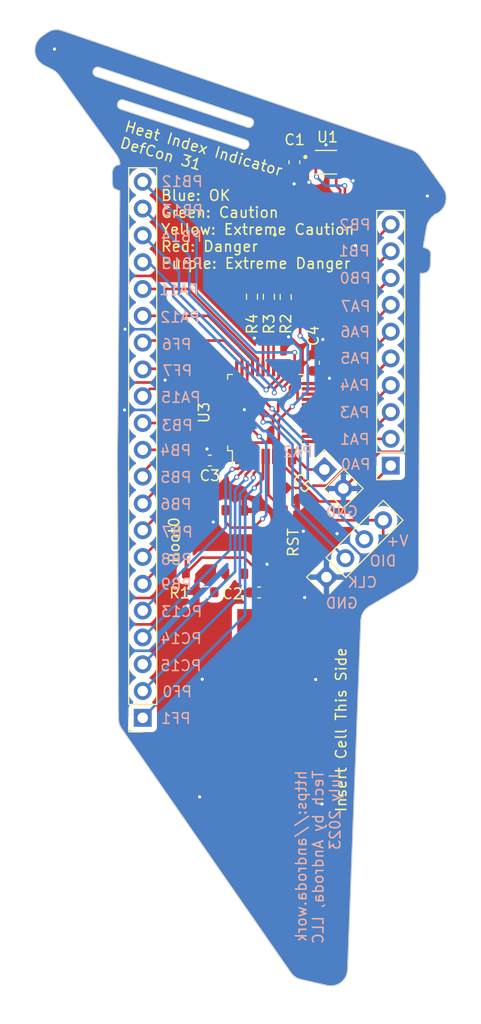
<source format=kicad_pcb>
(kicad_pcb (version 20221018) (generator pcbnew)
  (layers (0 "F.Cu" signal) (31 "B.Cu" signal) (34 "B.Paste" user) (35 "F.Paste" user) (36 "B.SilkS" user "B.Silkscreen") (37 "F.SilkS" user "F.Silkscreen") (38 "B.Mask" user) (39 "F.Mask" user) (44 "Edge.Cuts" user))
  (net 0 "")
  (net 1 "RST")
  (net 2 "GND")
  (net 3 "Net-(J1-Pin_1)")
  (net 4 "Net-(J1-Pin_2)")
  (net 5 "Net-(J1-Pin_3)")
  (net 6 "Net-(J1-Pin_4)")
  (net 7 "Net-(J1-Pin_5)")
  (net 8 "Net-(J1-Pin_6)")
  (net 9 "Net-(J1-Pin_7)")
  (net 10 "BOOT0")
  (net 11 "SCL")
  (net 12 "SDA")
  (net 13 "VCC")
  (net 14 "SOUT")
  (net 15 "R")
  (net 16 "G")
  (net 17 "B")
  (net 18 "SWDIO")
  (net 19 "SWCLK")
  (net 20 "Net-(D1-RK)")
  (net 21 "Net-(D1-GK)")
  (net 22 "Net-(D1-BK)")
  (net 23 "P18")
  (net 24 "P19")
  (net 25 "P20")
  (net 26 "PF1")
  (net 27 "PF0")
  (net 28 "PC15")
  (net 29 "PC14")
  (net 30 "PC13")
  (net 31 "PF6")
  (net 32 "PF7")
  (net 33 "PB9")
  (net 34 "PB8")
  (net 35 "PB7")
  (net 36 "PB6")
  (net 37 "PB5")
  (net 38 "PB4")
  (net 39 "PB3")
  (net 40 "PB12")
  (net 41 "PB13")
  (net 42 "PB14")
  (net 43 "PB15")
  (net 44 "PA15")
  (net 45 "PA12")
  (net 46 "PA11")
  (footprint "Resistor_SMD:R_0603_1608Metric" (layer "F.Cu") (at 174.275 77.875 -90)
    (fp_text reference "R3")
    (fp_text value "60")
  )
  (footprint "Library:LRTB_R48G" (layer "F.Cu") (at 174.25 68.875)
    (fp_text reference "D1" hide)
    (fp_text value "LED_ARGB")
  )
  (footprint "Connector_PinSocket_2.54mm:PinSocket_1x02_P2.54mm_Vertical" (layer "F.Cu") (at 179.55 94.25 45)
    (fp_text reference "J4" hide)
    (fp_text value "Conn_01x02")
  )
  (footprint "Connector_PinSocket_2.54mm:PinSocket_1x21_P2.54mm_Vertical" (layer "F.Cu") (at 162.3 117.78 180)
    (fp_text reference "J2" hide)
    (fp_text value "Conn_01x21_Socket")
  )
  (footprint "Connector_PinSocket_2.54mm:PinSocket_1x10_P2.54mm_Vertical" (layer "F.Cu") (at 185.85 93.88 180)
    (fp_text reference "J1" hide)
    (fp_text value "Conn_01x10_Socket")
  )
  (footprint "Capacitor_SMD:C_0603_1608Metric" (layer "F.Cu") (at 168.675 93.4 180)
    (fp_text reference "C3")
    (fp_text value "100n")
  )
  (footprint "Resistor_SMD:R_0603_1608Metric" (layer "F.Cu") (at 172.675 77.875 -90)
    (fp_text reference "R4")
    (fp_text value "60")
  )
  (footprint "Library:SON100P200X200X80-5N" (layer "F.Cu") (at 179.705 65.125)
    (fp_text reference "U1")
    (fp_text value "SHTC3")
  )
  (footprint "Resistor_SMD:R_0603_1608Metric" (layer "F.Cu") (at 168.275 105.875)
    (fp_text reference "R1")
    (fp_text value "43k")
  )
  (footprint "Resistor_SMD:R_0603_1608Metric" (layer "F.Cu") (at 175.875 77.9 -90)
    (fp_text reference "R2")
    (fp_text value "210")
  )
  (footprint "Connector_PinSocket_2.54mm:PinSocket_1x04_P2.54mm_Vertical" (layer "F.Cu") (at 179.745317 104.444329 135)
    (fp_text reference "J3" hide)
    (fp_text value "Conn_01x04_Socket")
  )
  (footprint "Capacitor_SMD:C_0603_1608Metric" (layer "F.Cu") (at 173.35 105.9 180)
    (fp_text reference "C2")
    (fp_text value "100n")
  )
  (footprint "Capacitor_SMD:C_0603_1608Metric" (layer "F.Cu") (at 176.7 65.125 -90)
    (fp_text reference "C1")
    (fp_text value "100n")
  )
  (footprint "Library:TS-1187A-B-A-B" (layer "F.Cu") (at 159.4 101.1 90)
    (fp_text reference "SW1" hide)
    (fp_text value "SW_MEC_5E" hide)
  )
  (footprint "Package_QFP:LQFP-48_7x7mm_P0.5mm" (layer "F.Cu") (at 173.975 88.85 90)
    (fp_text reference "U3")
    (fp_text value "STM32F030C8Tx")
  )
  (footprint "Capacitor_SMD:C_0603_1608Metric" (layer "F.Cu") (at 178.55 84.125 90)
    (fp_text reference "C4")
    (fp_text value "100n")
  )
  (footprint "Capacitor_SMD:C_0603_1608Metric" (layer "F.Cu") (at 176.423008 96.548008 -45)
    (fp_text reference "C5")
    (fp_text value "100n")
  )
  (footprint "Library:TS-1187A-B-A-B" (layer "F.Cu") (at 164.95 101.125 90)
    (fp_text reference "SW2" hide)
    (fp_text value "SW_MEC_5E" hide)
  )
  (footprint "Library:CR1632" (layer "F.Cu") (at 173.375 119.55 90)
    (fp_text reference "BT1" hide)
    (fp_text value "Battery_Cell")
  )
  (gr_circle (center 174.85 72) (end 174.85 71.975) (stroke (width 0.15)) (fill none) (layer "F.SilkS"))
  (gr_line (start 177.030163 142.482329) (end 177.309294 142.574201) (stroke (width 0.099)) (layer "Edge.Cuts"))
  (gr_line (start 189.559515 73.50803) (end 189.518826 73.453481) (stroke (width 0.099)) (layer "Edge.Cuts"))
  (gr_line (start 152.256909 55.30937) (end 152.432734 55.558849) (stroke (width 0.099)) (layer "Edge.Cuts"))
  (gr_line (start 160.072562 118.364742) (end 160.162157 118.586898) (stroke (width 0.099)) (layer "Edge.Cuts"))
  (gr_line (start 159.473614 65.793965) (end 159.415797 65.984938) (stroke (width 0.099)) (layer "Edge.Cuts"))
  (gr_line (start 157.666767 56.846819) (end 157.62291 56.775933) (stroke (width 0.099)) (layer "Edge.Cuts"))
  (gr_line (start 160.135725 65.346776) (end 159.915846 65.3843) (stroke (width 0.099)) (layer "Edge.Cuts"))
  (gr_line (start 152.131972 55.032066) (end 152.256909 55.30937) (stroke (width 0.099)) (layer "Edge.Cuts"))
  (gr_line (start 159.415797 65.984938) (end 159.399759 66.169475) (stroke (width 0.099)) (layer "Edge.Cuts"))
  (gr_line (start 172.576464 61.781471) (end 172.498254 61.81117) (stroke (width 0.099)) (layer "Edge.Cuts"))
  (gr_line (start 159.156022 63.531222) (end 159.597265 64.139277) (stroke (width 0.099)) (layer "Edge.Cuts"))
  (gr_line (start 189.420122 73.368834) (end 188.94126 73.158359) (stroke (width 0.099)) (layer "Edge.Cuts"))
  (gr_line (start 188.034717 104.674449) (end 188.281723 104.350134) (stroke (width 0.099)) (layer "Edge.Cuts"))
  (gr_line (start 188.438242 103.973333) (end 188.479127 103.770796) (stroke (width 0.099)) (layer "Edge.Cuts"))
  (gr_line (start 172.061281 63.876225) (end 171.978567 63.890878) (stroke (width 0.099)) (layer "Edge.Cuts"))
  (gr_line (start 160.162157 118.586898) (end 160.285512 118.793215) (stroke (width 0.099)) (layer "Edge.Cuts"))
  (gr_line (start 189.704353 70.369037) (end 190.045308 70.074111) (stroke (width 0.099)) (layer "Edge.Cuts"))
  (gr_line (start 172.415342 61.825528) (end 172.330033 61.823255) (stroke (width 0.099)) (layer "Edge.Cuts"))
  (gr_line (start 172.827711 61.409337) (end 172.808435 61.495465) (stroke (width 0.099)) (layer "Edge.Cuts"))
  (gr_line (start 190.83018 67.564759) (end 188.66238 64.545951) (stroke (width 0.099)) (layer "Edge.Cuts"))
  (gr_line (start 157.62291 56.775933) (end 157.593309 56.697917) (stroke (width 0.099)) (layer "Edge.Cuts"))
  (gr_line (start 159.922387 59.540315) (end 159.935256 59.505571) (stroke (width 0.099)) (layer "Edge.Cuts"))
  (gr_line (start 189.450021 70.72049) (end 189.704353 70.369037) (stroke (width 0.099)) (layer "Edge.Cuts"))
  (gr_line (start 181.758176 141.657851) (end 182.491429 122.334831) (stroke (width 0.099)) (layer "Edge.Cuts"))
  (gr_line (start 160.486191 59.23233) (end 172.097534 63.011161) (stroke (width 0.099)) (layer "Edge.Cuts"))
  (gr_line (start 154.333931 56.860105) (end 156.054353 59.251454) (stroke (width 0.099)) (layer "Edge.Cuts"))
  (gr_line (start 159.597265 64.139277) (end 159.841993 64.476274) (stroke (width 0.099)) (layer "Edge.Cuts"))
  (gr_line (start 157.010989 60.573398) (end 157.309078 60.984649) (stroke (width 0.099)) (layer "Edge.Cuts"))
  (gr_line (start 159.487671 67.463895) (end 159.521628 67.525574) (stroke (width 0.099)) (layer "Edge.Cuts"))
  (gr_line (start 172.247183 63.096896) (end 172.304237 63.158371) (stroke (width 0.099)) (layer "Edge.Cuts"))
  (gr_line (start 152.061781 54.73467) (end 152.131972 55.032066) (stroke (width 0.099)) (layer "Edge.Cuts"))
  (gr_line (start 152.420062 53.47272) (end 152.216715 53.800306) (stroke (width 0.099)) (layer "Edge.Cuts"))
  (gr_line (start 157.593309 56.697917) (end 157.578954 56.614954) (stroke (width 0.099)) (layer "Edge.Cuts"))
  (gr_line (start 172.330033 61.823255) (end 172.244685 61.80345) (stroke (width 0.099)) (layer "Edge.Cuts"))
  (gr_line (start 172.808435 61.495465) (end 172.795582 61.530217) (stroke (width 0.099)) (layer "Edge.Cuts"))
  (gr_line (start 182.491429 122.334831) (end 183.014802 108.532966) (stroke (width 0.099)) (layer "Edge.Cuts"))
  (gr_line (start 159.619639 65.554184) (end 159.564495 65.623386) (stroke (width 0.099)) (layer "Edge.Cuts"))
  (gr_line (start 171.978567 63.890878) (end 171.89309 63.889194) (stroke (width 0.099)) (layer "Edge.Cuts"))
  (gr_line (start 190.678416 69.655344) (end 190.898392 69.353492) (stroke (width 0.099)) (layer "Edge.Cuts"))
  (gr_line (start 157.946341 61.863566) (end 158.583901 62.742482) (stroke (width 0.099)) (layer "Edge.Cuts"))
  (gr_line (start 191.111443 68.271918) (end 191.016599 67.906212) (stroke (width 0.099)) (layer "Edge.Cuts"))
  (gr_line (start 157.613111 56.408444) (end 157.649049 56.327959) (stroke (width 0.099)) (layer "Edge.Cuts"))
  (gr_line (start 159.988914 59.944043) (end 159.945157 59.873157) (stroke (width 0.099)) (layer "Edge.Cuts"))
  (gr_line (start 159.888522 92.594054) (end 159.999105 117.892016) (stroke (width 0.099)) (layer "Edge.Cuts"))
  (gr_line (start 156.054353 59.251454) (end 156.147215 59.38025) (stroke (width 0.099)) (layer "Edge.Cuts"))
  (gr_line (start 156.496982 59.86386) (end 156.737552 60.196105) (stroke (width 0.099)) (layer "Edge.Cuts"))
  (gr_line (start 176.77508 142.34155) (end 177.030163 142.482329) (stroke (width 0.099)) (layer "Edge.Cuts"))
  (gr_line (start 157.578954 56.614954) (end 157.580935 56.529324) (stroke (width 0.099)) (layer "Edge.Cuts"))
  (gr_line (start 172.370775 63.562099) (end 172.357925 63.596851) (stroke (width 0.099)) (layer "Edge.Cuts"))
  (gr_line (start 189.519717 75.254095) (end 189.58842 75.066884) (stroke (width 0.099)) (layer "Edge.Cuts"))
  (gr_line (start 159.521628 67.525574) (end 159.561623 67.577751) (stroke (width 0.099)) (layer "Edge.Cuts"))
  (gr_line (start 153.550047 52.653987) (end 153.193054 52.853872) (stroke (width 0.099)) (layer "Edge.Cuts"))
  (gr_line (start 157.649049 56.327959) (end 157.698846 56.258757) (stroke (width 0.099)) (layer "Edge.Cuts"))
  (gr_line (start 181.703625 142.01742) (end 181.758176 141.657851) (stroke (width 0.099)) (layer "Edge.Cuts"))
  (gr_line (start 189.619113 73.648011) (end 189.593372 73.572375) (stroke (width 0.099)) (layer "Edge.Cuts"))
  (gr_line (start 171.89309 63.889194) (end 171.807019 63.870085) (stroke (width 0.099)) (layer "Edge.Cuts"))
  (gr_line (start 188.132432 64.077191) (end 187.915922 63.978985) (stroke (width 0.099)) (layer "Edge.Cuts"))
  (gr_line (start 158.163946 56.135211) (end 172.535211 60.944527) (stroke (width 0.099)) (layer "Edge.Cuts"))
  (gr_line (start 159.564495 65.623386) (end 159.473614 65.793965) (stroke (width 0.099)) (layer "Edge.Cuts"))
  (gr_line (start 159.561623 67.577751) (end 159.606668 67.621506) (stroke (width 0.099)) (layer "Edge.Cuts"))
  (gr_line (start 181.382332 142.626767) (end 181.574996 142.342932) (stroke (width 0.099)) (layer "Edge.Cuts"))
  (gr_line (start 189.201434 71.593372) (end 189.282414 71.128569) (stroke (width 0.099)) (layer "Edge.Cuts"))
  (gr_line (start 191.120053 68.645744) (end 191.111443 68.271918) (stroke (width 0.099)) (layer "Edge.Cuts"))
  (gr_line (start 159.426786 67.098189) (end 159.440646 67.307274) (stroke (width 0.099)) (layer "Edge.Cuts"))
  (gr_line (start 187.915922 63.978985) (end 154.667168 52.650807) (stroke (width 0.099)) (layer "Edge.Cuts"))
  (gr_line (start 154.667168 52.650807) (end 154.293048 52.55844) (stroke (width 0.099)) (layer "Edge.Cuts"))
  (gr_line (start 159.797739 65.429845) (end 159.67983 65.500225) (stroke (width 0.099)) (layer "Edge.Cuts"))
  (gr_line (start 189.359433 75.484366) (end 189.418834 75.41873) (stroke (width 0.099)) (layer "Edge.Cuts"))
  (gr_line (start 189.614656 74.883532) (end 189.639011 73.955513) (stroke (width 0.099)) (layer "Edge.Cuts"))
  (gr_line (start 189.518826 73.453481) (end 189.471997 73.407551) (stroke (width 0.099)) (layer "Edge.Cuts"))
  (gr_line (start 180.845108 143.038411) (end 181.135674 142.8612) (stroke (width 0.099)) (layer "Edge.Cuts"))
  (gr_line (start 159.945157 59.873157) (end 159.915556 59.795141) (stroke (width 0.099)) (layer "Edge.Cuts"))
  (gr_line (start 190.045308 70.074111) (end 190.392305 69.900865) (stroke (width 0.099)) (layer "Edge.Cuts"))
  (gr_line (start 172.615599 60.980465) (end 172.68485 61.03036) (stroke (width 0.099)) (layer "Edge.Cuts"))
  (gr_line (start 172.20981 63.802273) (end 172.139085 63.846323) (stroke (width 0.099)) (layer "Edge.Cuts"))
  (gr_line (start 160.046038 60.00542) (end 159.988914 59.944043) (stroke (width 0.099)) (layer "Edge.Cuts"))
  (gr_line (start 172.321383 63.676446) (end 172.271289 63.745247) (stroke (width 0.099)) (layer "Edge.Cuts"))
  (gr_line (start 176.35917 141.930801) (end 176.549567 142.156322) (stroke (width 0.099)) (layer "Edge.Cuts"))
  (gr_line (start 158.077816 56.115905) (end 158.163946 56.135211) (stroke (width 0.099)) (layer "Edge.Cuts"))
  (gr_line (start 172.097534 63.011161) (end 172.177951 63.047099) (stroke (width 0.099)) (layer "Edge.Cuts"))
  (gr_line (start 156.297497 59.588247) (end 156.496982 59.86386) (stroke (width 0.099)) (layer "Edge.Cuts"))
  (gr_line (start 152.10039 54.110973) (end 152.05 54.425) (stroke (width 0.099)) (layer "Edge.Cuts"))
  (gr_line (start 189.636043 73.736126) (end 189.619113 73.648011) (stroke (width 0.099)) (layer "Edge.Cuts"))
  (gr_line (start 160.314327 59.211143) (end 160.400061 59.213122) (stroke (width 0.099)) (layer "Edge.Cuts"))
  (gr_line (start 172.535211 60.944527) (end 172.615599 60.980465) (stroke (width 0.099)) (layer "Edge.Cuts"))
  (gr_line (start 188.772565 75.663262) (end 188.930172 75.659206) (stroke (width 0.099)) (layer "Edge.Cuts"))
  (gr_line (start 159.901201 59.712178) (end 159.903181 59.626451) (stroke (width 0.099)) (layer "Edge.Cuts"))
  (gr_line (start 152.655683 55.772496) (end 152.922092 55.942577) (stroke (width 0.099)) (layer "Edge.Cuts"))
  (gr_line (start 157.600241 56.443196) (end 157.613111 56.408444) (stroke (width 0.099)) (layer "Edge.Cuts"))
  (gr_line (start 159.841993 64.476274) (end 159.957129 64.661007) (stroke (width 0.099)) (layer "Edge.Cuts"))
  (gr_line (start 160.082469 59.298857) (end 160.153353 59.255095) (stroke (width 0.099)) (layer "Edge.Cuts"))
  (gr_line (start 160.114737 65.132842) (end 160.135725 65.346776) (stroke (width 0.099)) (layer "Edge.Cuts"))
  (gr_line (start 159.957129 64.661007) (end 160.065435 64.923651) (stroke (width 0.099)) (layer "Edge.Cuts"))
  (gr_line (start 172.741904 61.091737) (end 172.78574 61.16263) (stroke (width 0.099)) (layer "Edge.Cuts"))
  (gr_line (start 177.309294 142.574201) (end 179.810261 143.149392) (stroke (width 0.099)) (layer "Edge.Cuts"))
  (gr_line (start 159.67983 65.500225) (end 159.619639 65.554184) (stroke (width 0.099)) (layer "Edge.Cuts"))
  (gr_line (start 189.639011 73.955513) (end 189.636043 73.736126) (stroke (width 0.099)) (layer "Edge.Cuts"))
  (gr_line (start 153.918624 52.557466) (end 153.550047 52.653987) (stroke (width 0.099)) (layer "Edge.Cuts"))
  (gr_line (start 172.68485 61.03036) (end 172.741904 61.091737) (stroke (width 0.099)) (layer "Edge.Cuts"))
  (gr_line (start 159.935256 59.505571) (end 159.971193 59.425175) (stroke (width 0.099)) (layer "Edge.Cuts"))
  (gr_line (start 189.418834 75.41873) (end 189.519717 75.254095) (stroke (width 0.099)) (layer "Edge.Cuts"))
  (gr_line (start 191.047385 69.011646) (end 191.120053 68.645744) (stroke (width 0.099)) (layer "Edge.Cuts"))
  (gr_line (start 183.239295 107.775514) (end 183.482983 107.464625) (stroke (width 0.099)) (layer "Edge.Cuts"))
  (gr_line (start 159.915846 65.3843) (end 159.797739 65.429845) (stroke (width 0.099)) (layer "Edge.Cuts"))
  (gr_line (start 188.930172 75.659206) (end 189.10966 75.62178) (stroke (width 0.099)) (layer "Edge.Cuts"))
  (gr_line (start 160.153353 59.255095) (end 160.231365 59.225494) (stroke (width 0.099)) (layer "Edge.Cuts"))
  (gr_line (start 152.566284 53.317784) (end 152.420062 53.47272) (stroke (width 0.099)) (layer "Edge.Cuts"))
  (gr_line (start 157.831111 56.157878) (end 157.909221 56.128277) (stroke (width 0.099)) (layer "Edge.Cuts"))
  (gr_line (start 152.432734 55.558849) (end 152.655683 55.772496) (stroke (width 0.099)) (layer "Edge.Cuts"))
  (gr_line (start 157.792992 56.958091) (end 157.723791 56.908301) (stroke (width 0.099)) (layer "Edge.Cuts"))
  (gr_line (start 157.87348 56.994029) (end 157.792992 56.958091) (stroke (width 0.099)) (layer "Edge.Cuts"))
  (gr_line (start 157.992181 56.113926) (end 158.077816 56.115905) (stroke (width 0.099)) (layer "Edge.Cuts"))
  (gr_line (start 172.177951 63.047099) (end 172.247183 63.096896) (stroke (width 0.099)) (layer "Edge.Cuts"))
  (gr_line (start 172.815337 61.240639) (end 172.829673 61.323602) (stroke (width 0.099)) (layer "Edge.Cuts"))
  (gr_line (start 188.493383 103.56184) (end 188.65198 75.650686) (stroke (width 0.099)) (layer "Edge.Cuts"))
  (gr_line (start 152.216715 53.800306) (end 152.10039 54.110973) (stroke (width 0.099)) (layer "Edge.Cuts"))
  (gr_line (start 152.764978 53.156419) (end 152.566284 53.317784) (stroke (width 0.099)) (layer "Edge.Cuts"))
  (gr_line (start 157.698846 56.258757) (end 157.760325 56.201739) (stroke (width 0.099)) (layer "Edge.Cuts"))
  (gr_line (start 160.065435 64.923651) (end 160.114737 65.132842) (stroke (width 0.099)) (layer "Edge.Cuts"))
  (gr_line (start 156.737552 60.196105) (end 157.010989 60.573398) (stroke (width 0.099)) (layer "Edge.Cuts"))
  (gr_line (start 179.810261 143.149392) (end 180.172344 143.190179) (stroke (width 0.099)) (layer "Edge.Cuts"))
  (gr_line (start 191.016599 67.906212) (end 190.83018 67.564759) (stroke (width 0.099)) (layer "Edge.Cuts"))
  (gr_line (start 159.930002 89.993918) (end 159.888522 92.594054) (stroke (width 0.099)) (layer "Edge.Cuts"))
  (gr_line (start 172.304237 63.158371) (end 172.348074 63.229264) (stroke (width 0.099)) (layer "Edge.Cuts"))
  (gr_line (start 153.193054 52.853872) (end 152.764978 53.156419) (stroke (width 0.099)) (layer "Edge.Cuts"))
  (gr_line (start 172.709431 61.680101) (end 172.647626 61.737421) (stroke (width 0.099)) (layer "Edge.Cuts"))
  (gr_line (start 172.498254 61.81117) (end 172.415342 61.825528) (stroke (width 0.099)) (layer "Edge.Cuts"))
  (gr_line (start 157.760325 56.201739) (end 157.831111 56.157878) (stroke (width 0.099)) (layer "Edge.Cuts"))
  (gr_line (start 181.574996 142.342932) (end 181.703625 142.01742) (stroke (width 0.099)) (layer "Edge.Cuts"))
  (gr_line (start 190.392305 69.900865) (end 190.678416 69.655344) (stroke (width 0.099)) (layer "Edge.Cuts"))
  (gr_line (start 157.723791 56.908301) (end 157.666767 56.846819) (stroke (width 0.099)) (layer "Edge.Cuts"))
  (gr_line (start 154.077224 56.57885) (end 154.333931 56.860105) (stroke (width 0.099)) (layer "Edge.Cuts"))
  (gr_line (start 189.10966 75.62178) (end 189.295779 75.53436) (stroke (width 0.099)) (layer "Edge.Cuts"))
  (gr_line (start 157.909221 56.128277) (end 157.992181 56.113926) (stroke (width 0.099)) (layer "Edge.Cuts"))
  (gr_line (start 159.999105 117.892016) (end 160.017815 118.131499) (stroke (width 0.099)) (layer "Edge.Cuts"))
  (gr_line (start 160.017815 118.131499) (end 160.072562 118.364742) (stroke (width 0.099)) (layer "Edge.Cuts"))
  (gr_line (start 183.079993 108.137025) (end 183.239295 107.775514) (stroke (width 0.099)) (layer "Edge.Cuts"))
  (gr_line (start 172.271289 63.745247) (end 172.20981 63.802273) (stroke (width 0.099)) (layer "Edge.Cuts"))
  (gr_line (start 158.583901 62.742482) (end 159.156022 63.531222) (stroke (width 0.099)) (layer "Edge.Cuts"))
  (gr_line (start 189.58842 75.066884) (end 189.614656 74.883532) (stroke (width 0.099)) (layer "Edge.Cuts"))
  (gr_line (start 172.759516 61.610703) (end 172.709431 61.680101) (stroke (width 0.099)) (layer "Edge.Cuts"))
  (gr_line (start 181.135674 142.8612) (end 181.382332 142.626767) (stroke (width 0.099)) (layer "Edge.Cuts"))
  (gr_line (start 188.508731 64.363891) (end 188.331026 64.206583) (stroke (width 0.099)) (layer "Edge.Cuts"))
  (gr_line (start 183.014802 108.532966) (end 183.079993 108.137025) (stroke (width 0.099)) (layer "Edge.Cuts"))
  (gr_line (start 172.39006 63.475971) (end 172.370775 63.562099) (stroke (width 0.099)) (layer "Edge.Cuts"))
  (gr_line (start 156.147215 59.38025) (end 156.297497 59.588247) (stroke (width 0.099)) (layer "Edge.Cuts"))
  (gr_line (start 189.295779 75.53436) (end 189.359433 75.484366) (stroke (width 0.099)) (layer "Edge.Cuts"))
  (gr_line (start 176.549567 142.156322) (end 176.77508 142.34155) (stroke (width 0.099)) (layer "Edge.Cuts"))
  (gr_line (start 159.915556 59.795141) (end 159.901201 59.712178) (stroke (width 0.099)) (layer "Edge.Cuts"))
  (gr_line (start 160.115238 60.055316) (end 160.046038 60.00542) (stroke (width 0.099)) (layer "Edge.Cuts"))
  (gr_line (start 153.759731 56.367084) (end 154.077224 56.57885) (stroke (width 0.099)) (layer "Edge.Cuts"))
  (gr_line (start 152.922092 55.942577) (end 153.759731 56.367084) (stroke (width 0.099)) (layer "Edge.Cuts"))
  (gr_line (start 172.795582 61.530217) (end 172.759516 61.610703) (stroke (width 0.099)) (layer "Edge.Cuts"))
  (gr_line (start 188.94126 73.158359) (end 189.201434 71.593372) (stroke (width 0.099)) (layer "Edge.Cuts"))
  (gr_line (start 188.66238 64.545951) (end 188.508731 64.363891) (stroke (width 0.099)) (layer "Edge.Cuts"))
  (gr_line (start 154.293048 52.55844) (end 153.918624 52.557466) (stroke (width 0.099)) (layer "Edge.Cuts"))
  (gr_line (start 160.021089 59.355974) (end 160.082469 59.298857) (stroke (width 0.099)) (layer "Edge.Cuts"))
  (gr_line (start 159.440646 67.307274) (end 159.487671 67.463895) (stroke (width 0.099)) (layer "Edge.Cuts"))
  (gr_line (start 160.231365 59.225494) (end 160.314327 59.211143) (stroke (width 0.099)) (layer "Edge.Cuts"))
  (gr_line (start 157.580935 56.529324) (end 157.600241 56.443196) (stroke (width 0.099)) (layer "Edge.Cuts"))
  (gr_line (start 189.471997 73.407551) (end 189.420122 73.368834) (stroke (width 0.099)) (layer "Edge.Cuts"))
  (gr_line (start 172.647626 61.737421) (end 172.576464 61.781471) (stroke (width 0.099)) (layer "Edge.Cuts"))
  (gr_line (start 172.377684 63.307273) (end 172.392001 63.390236) (stroke (width 0.099)) (layer "Edge.Cuts"))
  (gr_line (start 172.829673 61.323602) (end 172.827711 61.409337) (stroke (width 0.099)) (layer "Edge.Cuts"))
  (gr_line (start 188.479127 103.770796) (end 188.493383 103.56184) (stroke (width 0.099)) (layer "Edge.Cuts"))
  (gr_line (start 159.656267 67.658131) (end 160.119191 67.835644) (stroke (width 0.099)) (layer "Edge.Cuts"))
  (gr_line (start 190.898392 69.353492) (end 191.047385 69.011646) (stroke (width 0.099)) (layer "Edge.Cuts"))
  (gr_line (start 172.392001 63.390236) (end 172.39006 63.475971) (stroke (width 0.099)) (layer "Edge.Cuts"))
  (gr_line (start 172.78574 61.16263) (end 172.815337 61.240639) (stroke (width 0.099)) (layer "Edge.Cuts"))
  (gr_line (start 157.309078 60.984649) (end 157.946341 61.863566) (stroke (width 0.099)) (layer "Edge.Cuts"))
  (gr_line (start 188.281723 104.350134) (end 188.438242 103.973333) (stroke (width 0.099)) (layer "Edge.Cuts"))
  (gr_line (start 160.195626 60.091253) (end 160.115238 60.055316) (stroke (width 0.099)) (layer "Edge.Cuts"))
  (gr_line (start 187.707917 104.928433) (end 188.034717 104.674449) (stroke (width 0.099)) (layer "Edge.Cuts"))
  (gr_line (start 160.400061 59.213122) (end 160.486191 59.23233) (stroke (width 0.099)) (layer "Edge.Cuts"))
  (gr_line (start 159.606668 67.621506) (end 159.656267 67.658131) (stroke (width 0.099)) (layer "Edge.Cuts"))
  (gr_line (start 160.119191 67.835644) (end 159.930002 89.993918) (stroke (width 0.099)) (layer "Edge.Cuts"))
  (gr_line (start 189.593372 73.572375) (end 189.559515 73.50803) (stroke (width 0.099)) (layer "Edge.Cuts"))
  (gr_line (start 159.903181 59.626451) (end 159.922387 59.540315) (stroke (width 0.099)) (layer "Edge.Cuts"))
  (gr_line (start 152.05 54.425) (end 152.061781 54.73467) (stroke (width 0.099)) (layer "Edge.Cuts"))
  (gr_line (start 159.971193 59.425175) (end 160.021089 59.355974) (stroke (width 0.099)) (layer "Edge.Cuts"))
  (gr_line (start 172.348074 63.229264) (end 172.377684 63.307273) (stroke (width 0.099)) (layer "Edge.Cuts"))
  (gr_line (start 188.331026 64.206583) (end 188.132432 64.077191) (stroke (width 0.099)) (layer "Edge.Cuts"))
  (gr_line (start 171.807019 63.870085) (end 160.195626 60.091253) (stroke (width 0.099)) (layer "Edge.Cuts"))
  (gr_line (start 180.520646 143.150676) (end 180.845108 143.038411) (stroke (width 0.099)) (layer "Edge.Cuts"))
  (gr_line (start 172.357925 63.596851) (end 172.321383 63.676446) (stroke (width 0.099)) (layer "Edge.Cuts"))
  (gr_line (start 180.172344 143.190179) (end 180.520646 143.150676) (stroke (width 0.099)) (layer "Edge.Cuts"))
  (gr_line (start 159.399759 66.169475) (end 159.426786 67.098189) (stroke (width 0.099)) (layer "Edge.Cuts"))
  (gr_line (start 183.482983 107.464625) (end 183.801378 107.220528) (stroke (width 0.099)) (layer "Edge.Cuts"))
  (gr_line (start 172.139085 63.846323) (end 172.061281 63.876225) (stroke (width 0.099)) (layer "Edge.Cuts"))
  (gr_line (start 188.65198 75.650686) (end 188.772565 75.663262) (stroke (width 0.099)) (layer "Edge.Cuts"))
  (gr_line (start 160.285512 118.793215) (end 176.35917 141.930801) (stroke (width 0.099)) (layer "Edge.Cuts"))
  (gr_line (start 172.244685 61.80345) (end 157.87348 56.994029) (stroke (width 0.099)) (layer "Edge.Cuts"))
  (gr_line (start 183.801378 107.220528) (end 187.707917 104.928433) (stroke (width 0.099)) (layer "Edge.Cuts"))
  (gr_line (start 189.282414 71.128569) (end 189.450021 70.72049) (stroke (width 0.099)) (layer "Edge.Cuts"))
  (gr_text "DIO" (at 186.475 103.5) (layer "B.SilkS") (effects (font (size 1 1)) (justify left bottom mirror)))
  (gr_text "PB14" (at 168.025 72.75) (layer "B.SilkS") (effects (font (size 1 1)) (justify left bottom mirror)))
  (gr_text "PB2" (at 184.025 71.65) (layer "B.SilkS") (effects (font (size 1 1)) (justify left bottom mirror)))
  (gr_text "PC15" (at 167.975 113.425) (layer "B.SilkS") (effects (font (size 1 1)) (justify left bottom mirror)))
  (gr_text "GND" (at 182.825 98.825) (layer "B.SilkS") (effects (font (size 1 1)) (justify left bottom mirror)))
  (gr_text "PB7" (at 167.15 100.775) (layer "B.SilkS") (effects (font (size 1 1)) (justify left bottom mirror)))
  (gr_text "PB4" (at 167 93.025) (layer "B.SilkS") (effects (font (size 1 1)) (justify left bottom mirror)))
  (gr_text "PF0" (at 167.075 115.9) (layer "B.SilkS") (effects (font (size 1 1)) (justify left bottom mirror)))
  (gr_text "https://androda.work\nTech by Androda, LLC\nJuly 2023" (at 181.15 122.675 90) (layer "B.SilkS") (effects (font (size 1 1)) (justify left bottom mirror)))
  (gr_text "PF6" (at 167.025 82.975) (layer "B.SilkS") (effects (font (size 1 1)) (justify left bottom mirror)))
  (gr_text "PA11" (at 167.725 77.8) (layer "B.SilkS") (effects (font (size 1 1)) (justify left bottom mirror)))
  (gr_text "PB9" (at 167.075 105.7) (layer "B.SilkS") (effects (font (size 1 1)) (justify left bottom mirror)))
  (gr_text "PA5" (at 183.975 84.3) (layer "B.SilkS") (effects (font (size 1 1)) (justify left bottom mirror)))
  (gr_text "PA6" (at 183.975 81.8) (layer "B.SilkS") (effects (font (size 1 1)) (justify left bottom mirror)))
  (gr_text "PF1" (at 166.95 118.425) (layer "B.SilkS") (effects (font (size 1 1)) (justify left bottom mirror)))
  (gr_text "PA4" (at 183.925 86.85) (layer "B.SilkS") (effects (font (size 1 1)) (justify left bottom mirror)))
  (gr_text "PB0" (at 184.05 76.7) (layer "B.SilkS") (effects (font (size 1 1)) (justify left bottom mirror)))
  (gr_text "PB15" (at 168.1 75.325) (layer "B.SilkS") (effects (font (size 1 1)) (justify left bottom mirror)))
  (gr_text "PA15" (at 167.9 88) (layer "B.SilkS") (effects (font (size 1 1)) (justify left bottom mirror)))
  (gr_text "PA7" (at 184.025 79.375) (layer "B.SilkS") (effects (font (size 1 1)) (justify left bottom mirror)))
  (gr_text "PB12" (at 168.1 67.55) (layer "B.SilkS") (effects (font (size 1 1)) (justify left bottom mirror)))
  (gr_text "V+" (at 187.625 101.6) (layer "B.SilkS") (effects (font (size 1 1)) (justify left bottom mirror)))
  (gr_text "PC13" (at 168.05 108.3) (layer "B.SilkS") (effects (font (size 1 1)) (justify left bottom mirror)))
  (gr_text "PA0" (at 184.025 94.35) (layer "B.SilkS") (effects (font (size 1 1)) (justify left bottom mirror)))
  (gr_text "PA3" (at 183.925 89.425) (layer "B.SilkS") (effects (font (size 1 1)) (justify left bottom mirror)))
  (gr_text "GND" (at 182.825 107.5) (layer "B.SilkS") (effects (font (size 1 1)) (justify left bottom mirror)))
  (gr_text "PB1" (at 183.95 74.125) (layer "B.SilkS") (effects (font (size 1 1)) (justify left bottom mirror)))
  (gr_text "PF7" (at 167.1 85.475) (layer "B.SilkS") (effects (font (size 1 1)) (justify left bottom mirror)))
  (gr_text "PA12" (at 167.825 80.4) (layer "B.SilkS") (effects (font (size 1 1)) (justify left bottom mirror)))
  (gr_text "PA2" (at 178.525 93.15) (layer "B.SilkS") (effects (font (size 1 1)) (justify left bottom mirror)))
  (gr_text "PC14" (at 168 110.85) (layer "B.SilkS") (effects (font (size 1 1)) (justify left bottom mirror)))
  (gr_text "CLK" (at 184.65 105.525) (layer "B.SilkS") (effects (font (size 1 1)) (justify left bottom mirror)))
  (gr_text "PB8" (at 167.075 103.35) (layer "B.SilkS") (effects (font (size 1 1)) (justify left bottom mirror)))
  (gr_text "PB6" (at 167.025 98.125) (layer "B.SilkS") (effects (font (size 1 1)) (justify left bottom mirror)))
  (gr_text "PA1" (at 183.925 91.975) (layer "B.SilkS") (effects (font (size 1 1)) (justify left bottom mirror)))
  (gr_text "PB13" (at 168.125 70.275) (layer "B.SilkS") (effects (font (size 1 1)) (justify left bottom mirror)))
  (gr_text "PB3" (at 167.15 90.65) (layer "B.SilkS") (effects (font (size 1 1)) (justify left bottom mirror)))
  (gr_text "PB5" (at 167.025 95.575) (layer "B.SilkS") (effects (font (size 1 1)) (justify left bottom mirror)))
  (gr_text "Heat Index Indicator\nDefCon 31" (at 159.95 63.775 344) (layer "F.SilkS") (effects (font (size 1 1)) (justify left bottom)))
  (gr_text "Boot0" (at 165.875 103.2 90) (layer "F.SilkS") (effects (font (size 1 1)) (justify left bottom)))
  (gr_text "RST" (at 177.175 102.625 90) (layer "F.SilkS") (effects (font (size 1 1)) (justify left bottom)))
  (gr_text "Insert Cell This Side" (at 181.725 126.8 90) (layer "F.SilkS") (effects (font (size 1 1)) (justify left bottom)))
  (gr_text "Blue: OK\nGreen: Caution\nYellow: Extreme Caution\nRed: Danger\nPurple: Extreme Danger\n" (at 163.95 75.3) (layer "F.SilkS") (effects (font (size 1 1)) (justify left bottom)))
  (segment (start 174.225 96.65) (end 174.225 93.0125) (width 0.25) (layer "F.Cu") (net 1))
  (segment (start 174.125 105.9) (end 174.125 105.7) (width 0.25) (layer "F.Cu") (net 1))
  (segment (start 175.7 98.125) (end 174.225 96.65) (width 0.25) (layer "F.Cu") (net 1))
  (segment (start 174.125 105.7) (end 175.7 104.125) (width 0.25) (layer "F.Cu") (net 1))
  (segment (start 160.625 80.95) (end 160.625 76.225) (width 0.25) (layer "F.Cu") (net 2))
  (segment (start 167.95 110.725) (end 166.2625 109.0375) (width 0.25) (layer "F.Cu") (net 2))
  (segment (start 175.1625 88.725673) (end 174.725 89.163173) (width 0.25) (layer "F.Cu") (net 2))
  (segment (start 182.275 66.875) (end 182.275 66.8) (width 0.25) (layer "F.Cu") (net 2))
  (segment (start 177.975 65.35) (end 177.975 66.925) (width 0.25) (layer "F.Cu") (net 2))
  (segment (start 179.725 64.625) (end 180.675 64.625) (width 0.25) (layer "F.Cu") (net 2))
  (segment (start 172.025 88.65) (end 172.025 88.8) (width 0.25) (layer "F.Cu") (net 2))
  (segment (start 179.875 85.45) (end 179.875 85.275) (width 0.25) (layer "F.Cu") (net 2))
  (segment (start 164.425 85.775) (end 163.5 85.775) (width 0.25) (layer "F.Cu") (net 2))
  (segment (start 161.4 86) (end 161.375 86.025) (width 0.25) (layer "F.Cu") (net 2))
  (segment (start 177.475 84.425) (end 177.475 85.240685) (width 0.25) (layer "F.Cu") (net 2))
  (segment (start 167.95 114.125) (end 167.95 110.725) (width 0.25) (layer "F.Cu") (net 2))
  (segment (start 179.705 65.125) (end 178.2 65.125) (width 0.25) (layer "F.Cu") (net 2))
  (segment (start 179.875 85.963604) (end 179.875 85.75) (width 0.25) (layer "F.Cu") (net 2))
  (segment (start 184.817102 92.575) (end 187.225 92.575) (width 0.25) (layer "F.Cu") (net 2))
  (segment (start 174.725 91.7) (end 174.725 91.9) (width 0.25) (layer "F.Cu") (net 2))
  (segment (start 177.475 84.425) (end 177.475 82.625) (width 0.25) (layer "F.Cu") (net 2))
  (segment (start 174.675 89.55) (end 174.675 91.85) (width 0.25) (layer "F.Cu") (net 2))
  (segment (start 161.3 106.425) (end 161.275 106.4) (width 0.25) (layer "F.Cu") (net 2))
  (segment (start 178.2 65.125) (end 177.975 65.35) (width 0.25) (layer "F.Cu") (net 2))
  (segment (start 180.025 85.6) (end 179.875 85.45) (width 0.25) (layer "F.Cu") (net 2))
  (segment (start 177.8 67) (end 178.05 67) (width 0.25) (layer "F.Cu") (net 2))
  (segment (start 167.75 85.425) (end 170.6 85.425) (width 0.25) (layer "F.Cu") (net 2))
  (segment (start 174.725 89.5) (end 174.675 89.55) (width 0.25) (layer "F.Cu") (net 2))
  (segment (start 178.1 67) (end 178.15 67) (width 0.25) (layer "F.Cu") (net 2))
  (segment (start 160.95 75.9) (end 163.175 75.9) (width 0.25) (layer "F.Cu") (net 2))
  (segment (start 173.775 90.6) (end 174.375 90.6) (width 0.25) (layer "F.Cu") (net 2))
  (segment (start 171.95 88.575) (end 172.025 88.65) (width 0.25) (layer "F.Cu") (net 2))
  (segment (start 178.1375 86.6) (end 179.238604 86.6) (width 0.25) (layer "F.Cu") (net 2))
  (segment (start 181.175 64.625) (end 182.275 65.725) (width 0.25) (layer "F.Cu") (net 2))
  (segment (start 166.2625 109.0375) (end 163.65 106.425) (width 0.25) (layer "F.Cu") (net 2))
  (segment (start 173.761827 90.6) (end 173.775 90.6) (width 0.25) (layer "F.Cu") (net 2))
  (segment (start 172.025 88.863173) (end 173.761827 90.6) (width 0.25) (layer "F.Cu") (net 2))
  (segment (start 169.8125 91.1) (end 171.925 91.1) (width 0.25) (layer "F.Cu") (net 2))
  (segment (start 176.15 81.675) (end 176.15 81.525) (width 0.25) (layer "F.Cu") (net 2))
  (segment (start 163.5 85.775) (end 163.275 86) (width 0.25) (layer "F.Cu") (net 2))
  (segment (start 163.65 106.425) (end 161.3 106.425) (width 0.25) (layer "F.Cu") (net 2))
  (segment (start 169 91.1) (end 168.4 91.7) (width 0.25) (layer "F.Cu") (net 2))
  (segment (start 177.25 82.625) (end 176.3 81.675) (width 0.25) (layer "F.Cu") (net 2))
  (segment (start 179.705 65.125) (end 179.705 66.73) (width 0.25) (layer "F.Cu") (net 2))
  (segment (start 179.875 84.675) (end 178.55 83.35) (width 0.25) (layer "F.Cu") (net 2))
  (segment (start 163.275 86) (end 161.4 86) (width 0.25) (layer "F.Cu") (net 2))
  (segment (start 167.4 85.775) (end 167.75 85.425) (width 0.25) (layer "F.Cu") (net 2))
  (segment (start 179.705 66.73) (end 179.725 66.75) (width 0.25) (layer "F.Cu") (net 2))
  (segment (start 177.475 85.240685) (end 176.275 86.440685) (width 0.25) (layer "F.Cu") (net 2))
  (segment (start 179.875 85.75) (end 180.025 85.6) (width 0.25) (layer "F.Cu") (net 2))
  (segment (start 175.1625 88.0125) (end 175.1625 88.725673) (width 0.25) (layer "F.Cu") (net 2))
  (segment (start 179.875 85.275) (end 179.875 84.675) (width 0.25) (layer "F.Cu") (net 2))
  (segment (start 177.975 66.925) (end 178.075 67.025) (width 0.25) (layer "F.Cu") (net 2))
  (segment (start 166.2625 109.0375) (end 163.3375 109.0375) (width 0.25) (layer "F.Cu") (net 2))
  (segment (start 167.9 93.4) (end 167.9 92.8) (width 0.25) (layer "F.Cu") (net 2))
  (segment (start 178.075 67.025) (end 178.1 67) (width 0.25) (layer "F.Cu") (net 2))
  (segment (start 182.275 65.725) (end 182.275 66.875) (width 0.25) (layer "F.Cu") (net 2))
  (segment (start 179.705 65.125) (end 179.705 64.605) (width 0.25) (layer "F.Cu") (net 2))
  (segment (start 176.275 86.440685) (end 176.275 86.9) (width 0.25) (layer "F.Cu") (net 2))
  (segment (start 178.55 83.35) (end 177.475 84.425) (width 0.25) (layer "F.Cu") (net 2))
  (segment (start 164.425 85.775) (end 167.4 85.775) (width 0.25) (layer "F.Cu") (net 2))
  (segment (start 172.525 91.7) (end 174.725 91.7) (width 0.25) (layer "F.Cu") (net 2))
  (segment (start 176.3 81.675) (end 176.15 81.675) (width 0.25) (layer "F.Cu") (net 2))
  (segment (start 170.6 85.425) (end 174.675 89.5) (width 0.25) (layer "F.Cu") (net 2))
  (segment (start 160.625 76.225) (end 160.95 75.9) (width 0.25) (layer "F.Cu") (net 2))
  (segment (start 181.346051 96.046051) (end 184.817102 92.575) (width 0.25) (layer "F.Cu") (net 2))
  (segment (start 179.705 64.605) (end 179.725 64.625) (width 0.25) (layer "F.Cu") (net 2))
  (segment (start 179.238604 86.6) (end 179.875 85.963604) (width 0.25) (layer "F.Cu") (net 2))
  (segment (start 174.725 93.0125) (end 174.725 91.9) (width 0.25) (layer "F.Cu") (net 2))
  (segment (start 169.8125 91.1) (end 169 91.1) (width 0.25) (layer "F.Cu") (net 2))
  (segment (start 177.475 82.625) (end 177.25 82.625) (width 0.25) (layer "F.Cu") (net 2))
  (segment (start 167.9 92.8) (end 168.4 92.3) (width 0.25) (layer "F.Cu") (net 2))
  (segment (start 171.925 91.1) (end 172.525 91.7) (width 0.25) (layer "F.Cu") (net 2))
  (segment (start 172.025 88.8) (end 172.025 88.863173) (width 0.25) (layer "F.Cu") (net 2))
  (segment (start 163.175 75.9) (end 163.225 75.85) (width 0.25) (layer "F.Cu") (net 2))
  (segment (start 163.3375 109.0375) (end 163.225 108.925) (width 0.25) (layer "F.Cu") (net 2))
  (segment (start 174.675 91.85) (end 174.725 91.9) (width 0.25) (layer "F.Cu") (net 2))
  (segment (start 163.225 108.925) (end 161.4 108.925) (width 0.25) (layer "F.Cu") (net 2))
  (segment (start 178.05 67) (end 178.075 67.025) (width 0.25) (layer "F.Cu") (net 2))
  (segment (start 176.7 65.9) (end 177.8 67) (width 0.25) (layer "F.Cu") (net 2))
  (segment (start 174.725 89.163173) (end 174.725 89.5) (width 0.25) (layer "F.Cu") (net 2))
  (segment (start 168.4 91.7) (end 168.4 92.3) (width 0.25) (layer "F.Cu") (net 2))
  (segment (start 176.275 86.9) (end 175.1625 88.0125) (width 0.25) (layer "F.Cu") (net 2))
  (segment (start 176.15 81.525) (end 175.675 81.05) (width 0.25) (layer "F.Cu") (net 2))
  (segment (start 174.675 89.5) (end 174.725 89.5) (width 0.25) (layer "F.Cu") (net 2))
  (segment (start 179.875 85.963604) (end 179.875 85.275) (width 0.25) (layer "F.Cu") (net 2))
  (segment (start 180.675 64.625) (end 181.175 64.625) (width 0.25) (layer "F.Cu") (net 2))
  (via (at 179.7 63.475) (size 0.5) (drill 0.3) (layers "F.Cu" "B.Cu") (net 2))
  (via (at 176.675 67.175) (size 0.5) (drill 0.3) (layers "F.Cu" "B.Cu") (net 2))
  (via (at 160.625 80.95) (size 0.5) (drill 0.3) (layers "F.Cu" "B.Cu") (net 2))
  (via (at 182.275 66.875) (size 0.5) (drill 0.3) (layers "F.Cu" "B.Cu") (net 2))
  (via (at 179.325 125.95) (size 0.5) (drill 0.3) (layers "F.Cu" "B.Cu") (net 2))
  (via (at 180.025 85.6) (size 0.5) (drill 0.3) (layers "F.Cu" "B.Cu") (net 2))
  (via (at 166.6 107.15) (size 0.5) (drill 0.3) (layers "F.Cu" "B.Cu") (net 2))
  (via (at 153.925 54.4) (size 0.5) (drill 0.3) (layers "F.Cu" "B.Cu") (net 2))
  (via (at 179.4 81.925) (size 0.5) (drill 0.3) (layers "F.Cu" "B.Cu") (net 2))
  (via (at 160.575 88.6) (size 0.5) (drill 0.3) (layers "F.Cu" "B.Cu") (net 2))
  (via (at 178.725 114.15) (size 0.5) (drill 0.3) (layers "F.Cu" "B.Cu") (net 2))
  (via (at 176.15 81.675) (size 0.5) (drill 0.3) (layers "F.Cu" "B.Cu") (net 2))
  (via (at 168.4 92.3) (size 0.5) (drill 0.3) (layers "F.Cu" "B.Cu") (net 2))
  (via (at 167.7 125.275) (size 0.5) (drill 0.3) (layers "F.Cu" "B.Cu") (net 2))
  (via (at 174.1 103.225) (size 0.5) (drill 0.3) (layers "F.Cu" "B.Cu") (net 2))
  (via (at 189.325 68.325) (size 0.5) (drill 0.3) (layers "F.Cu" "B.Cu") (net 2))
  (via (at 167.95 114.125) (size 0.5) (drill 0.3) (layers "F.Cu" "B.Cu") (net 2))
  (via (at 182.5 73.025) (size 0.5) (drill 0.3) (layers "F.Cu" "B.Cu") (net 2))
  (via (at 177.675 106.375) (size 0.5) (drill 0.3) (layers "F.Cu" "B.Cu") (net 2))
  (via (at 180.75 100.325) (size 0.5) (drill 0.3) (layers "F.Cu" "B.Cu") (net 2))
  (via (at 172.9 81.8) (size 0.5) (drill 0.3) (layers "F.Cu" "B.Cu") (net 2))
  (via (at 171.95 88.575) (size 0.5) (drill 0.3) (layers "F.Cu" "B.Cu") (net 2))
  (via (at 169 99.225) (size 0.5) (drill 0.3) (layers "F.Cu" "B.Cu") (net 2))
  (via (at 178.075 67.025) (size 0.5) (drill 0.3) (layers "F.Cu" "B.Cu") (net 2))
  (via (at 177.55 100.1) (size 0.5) (drill 0.3) (layers "F.Cu" "B.Cu") (net 2))
  (via (at 164.425 85.775) (size 0.5) (drill 0.3) (layers "F.Cu" "B.Cu") (net 2))
  (segment (start 180.75 100.325) (end 177.25 96.825) (width 0.25) (layer "B.Cu") (net 2))
  (segment (start 173.575 88.8) (end 173.575 88.025) (width 0.25) (layer "B.Cu") (net 2))
  (segment (start 166.6 107.15) (end 163.85 109.9) (width 0.25) (layer "B.Cu") (net 2))
  (segment (start 170.275 84.8) (end 172.35 86.875) (width 0.25) (layer "B.Cu") (net 2))
  (segment (start 166.425 80.95) (end 170.275 84.8) (width 0.25) (layer "B.Cu") (net 2))
  (segment (start 172.35 89.225) (end 173.5 90.375) (width 0.25) (layer "B.Cu") (net 2))
  (segment (start 181.775 101.125) (end 182.975 102.325) (width 0.25) (layer "B.Cu") (net 2))
  (segment (start 172.85 99.775) (end 172.85 97.1) (width 0.25) (layer "B.Cu") (net 2))
  (segment (start 160.625 80.95) (end 166.425 80.95) (width 0.25) (layer "B.Cu") (net 2))
  (segment (start 172.85 97.1) (end 173.525 96.425) (width 0.25) (layer "B.Cu") (net 2))
  (segment (start 164.75 88.6) (end 168.4 92.25) (width 0.25) (layer "B.Cu") (net 2))
  (segment (start 174.1 103.225) (end 174.1 101.025) (width 0.25) (layer "B.Cu") (net 2))
  (segment (start 163.85 110.1) (end 163.85 110.5) (width 0.25) (layer "B.Cu") (net 2))
  (segment (start 173.425 94.65) (end 172.85 94.075) (width 0.25) (layer "B.Cu") (net 2))
  (segment (start 176.925 84.9) (end 176.925 84.25) (width 0.25) (layer "B.Cu") (net 2))
  (segment (start 177.3 83.875) (end 177.3 82.9) (width 0.25) (layer "B.Cu") (net 2))
  (segment (start 176.925 86.213173) (end 176.925 84.9) (width 0.25) (layer "B.Cu") (net 2))
  (segment (start 176.925 84.25) (end 177.275 83.9) (width 0.25) (layer "B.Cu") (net 2))
  (segment (start 175.488173 87.65) (end 175.488173 88.363173) (width 0.25) (layer "B.Cu") (net 2))
  (segment (start 172.35 86.875) (end 172.35 89.1) (width 0.25) (layer "B.Cu") (net 2))
  (segment (start 168.45 92.3) (end 168.375 92.225) (width 0.25) (layer "B.Cu") (net 2))
  (segment (start 177.275 83.9) (end 177.3 83.875) (width 0.25) (layer "B.Cu") (net 2))
  (segment (start 163.85 109.9) (end 163.85 110.1) (width 0.25) (layer "B.Cu") (net 2))
  (segment (start 177.25 93.1) (end 177.25 91.95) (width 0.25) (layer "B.Cu") (net 2))
  (segment (start 168.4 92.25) (end 168.4 92.3) (width 0.25) (layer "B.Cu") (net 2))
  (segment (start 177.25 91.95) (end 174.75 89.45) (width 0.25) (layer "B.Cu") (net 2))
  (segment (start 173.575 88.025) (end 173.975 87.625) (width 0.25) (layer "B.Cu") (net 2))
  (segment (start 163.2 111.15) (end 162.925 111.425) (width 0.25) (layer "B.Cu") (net 2))
  (segment (start 175.488173 87.65) (end 176.925 86.213173) (width 0.25) (layer "B.Cu") (net 2))
  (segment (start 173.5 90.375) (end 173.725 90.6) (width 0.25) (layer "B.Cu") (net 2))
  (segment (start 168.4 92.3) (end 168.45 92.3) (width 0.25) (layer "B.Cu") (net 2))
  (segment (start 177.25 96.825) (end 177.25 93.1) (width 0.25) (layer "B.Cu") (net 2))
  (segment (start 174.475 89.175) (end 173.95 89.175) (width 0.25) (layer "B.Cu") (net 2))
  (segment (start 173.975 87.625) (end 175.425 87.625) (width 0.25) (layer "B.Cu") (net 2))
  (segment (start 175.488173 88.363173) (end 176.325 89.2) (width 0.25) (layer "B.Cu") (net 2))
  (segment (start 175.45 87.65) (end 175.488173 87.65) (width 0.25) (layer "B.Cu") (net 2))
  (segment (start 173.95 89.175) (end 173.575 88.8) (width 0.25) (layer "B.Cu") (net 2))
  (segment (start 174.75 89.45) (end 174.475 89.175) (width 0.25) (layer "B.Cu") (net 2))
  (segment (start 162.925 111.425) (end 161.4 111.425) (width 0.25) (layer "B.Cu") (net 2))
  (segment (start 175.425 87.625) (end 175.45 87.65) (width 0.25) (layer "B.Cu") (net 2))
  (segment (start 181.55 101.125) (end 181.775 101.125) (width 0.25) (layer "B.Cu") (net 2))
  (segment (start 180.75 100.325) (end 181.55 101.125) (width 0.25) (layer "B.Cu") (net 2))
  (segment (start 173.725 90.6) (end 174.075 90.6) (width 0.25) (layer "B.Cu") (net 2))
  (segment (start 174.1 101.025) (end 172.85 99.775) (width 0.25) (layer "B.Cu") (net 2))
  (segment (start 172.35 89.1) (end 172.35 89.225) (width 0.25) (layer "B.Cu") (net 2))
  (segment (start 177.3 82.9) (end 176.575 82.175) (width 0.25) (layer "B.Cu") (net 2))
  (segment (start 160.575 88.6) (end 164.75 88.6) (width 0.25) (layer "B.Cu") (net 2))
  (segment (start 163.85 110.5) (end 163.2 111.15) (width 0.25) (layer "B.Cu") (net 2))
  (segment (start 173.525 94.65) (end 173.425 94.65) (width 0.25) (layer "B.Cu") (net 2))
  (segment (start 173.525 96.425) (end 173.525 94.65) (width 0.25) (layer "B.Cu") (net 2))
  (segment (start 175.725 93.952081) (end 178.836459 97.063541) (width 0.25) (layer "F.Cu") (net 3))
  (segment (start 182.455 97.275) (end 185.85 93.88) (width 0.25) (layer "F.Cu") (net 3))
  (segment (start 179.047918 97.275) (end 182.455 97.275) (width 0.25) (layer "F.Cu") (net 3))
  (segment (start 175.725 93.0125) (end 175.725 93.952081) (width 0.25) (layer "F.Cu") (net 3))
  (segment (start 178.836459 97.063541) (end 179.047918 97.275) (width 0.25) (layer "F.Cu") (net 3))
  (segment (start 178.184315 95.775) (end 178.6 95.775) (width 0.25) (layer "F.Cu") (net 4))
  (segment (start 176.225 93.815685) (end 178.184315 95.775) (width 0.25) (layer "F.Cu") (net 4))
  (segment (start 184.235 91.34) (end 185.85 91.34) (width 0.25) (layer "F.Cu") (net 4))
  (segment (start 178.6 95.775) (end 178.602082 95.777082) (width 0.25) (layer "F.Cu") (net 4))
  (segment (start 179.797918 95.777082) (end 184.235 91.34) (width 0.25) (layer "F.Cu") (net 4))
  (segment (start 178.602082 95.777082) (end 179.797918 95.777082) (width 0.25) (layer "F.Cu") (net 4))
  (segment (start 176.225 93.0125) (end 176.225 93.815685) (width 0.25) (layer "F.Cu") (net 4))
  (segment (start 183.05 91.6) (end 185.85 88.8) (width 0.25) (layer "F.Cu") (net 5))
  (segment (start 178.1375 91.6) (end 183.05 91.6) (width 0.25) (layer "F.Cu") (net 5))
  (segment (start 178.1375 91.1) (end 181.01 91.1) (width 0.25) (layer "F.Cu") (net 6))
  (segment (start 181.01 91.1) (end 185.85 86.26) (width 0.25) (layer "F.Cu") (net 6))
  (segment (start 178.1375 90.6) (end 180.873604 90.6) (width 0.25) (layer "F.Cu") (net 7))
  (segment (start 184.275 85.295) (end 185.85 83.72) (width 0.25) (layer "F.Cu") (net 7))
  (segment (start 184.275 87.198604) (end 184.275 85.295) (width 0.25) (layer "F.Cu") (net 7))
  (segment (start 180.873604 90.6) (end 184.275 87.198604) (width 0.25) (layer "F.Cu") (net 7))
  (segment (start 183.75 83.28) (end 185.85 81.18) (width 0.25) (layer "F.Cu") (net 8))
  (segment (start 180.65 90.1) (end 183.75 87) (width 0.25) (layer "F.Cu") (net 8))
  (segment (start 183.75 87) (end 183.75 83.28) (width 0.25) (layer "F.Cu") (net 8))
  (segment (start 178.1375 90.1) (end 180.65 90.1) (width 0.25) (layer "F.Cu") (net 8))
  (segment (start 183.3 81.19) (end 185.85 78.64) (width 0.25) (layer "F.Cu") (net 9))
  (segment (start 180.513604 89.6) (end 183.3 86.813604) (width 0.25) (layer "F.Cu") (net 9))
  (segment (start 183.3 86.813604) (end 183.3 81.19) (width 0.25) (layer "F.Cu") (net 9))
  (segment (start 178.1375 89.6) (end 180.513604 89.6) (width 0.25) (layer "F.Cu") (net 9))
  (segment (start 171.85 89.6) (end 173.3625 91.1125) (width 0.25) (layer "F.Cu") (net 10))
  (segment (start 170.15 99.225) (end 170.675 99.75) (width 0.25) (layer "F.Cu") (net 10))
  (segment (start 172.85 99.75) (end 173.675 98.925) (width 0.25) (layer "F.Cu") (net 10))
  (segment (start 170.15 104.825) (end 169.1 105.875) (width 0.25) (layer "F.Cu") (net 10))
  (segment (start 170.15 98.1) (end 170.15 99.225) (width 0.25) (layer "F.Cu") (net 10))
  (segment (start 169.8125 89.6) (end 171.85 89.6) (width 0.25) (layer "F.Cu") (net 10))
  (segment (start 170.15 104.1) (end 170.15 104.825) (width 0.25) (layer "F.Cu") (net 10))
  (segment (start 170.675 99.75) (end 172.85 99.75) (width 0.25) (layer "F.Cu") (net 10))
  (via (at 173.3625 91.1125) (size 0.5) (drill 0.3) (layers "F.Cu" "B.Cu") (net 10))
  (via (at 173.675 98.925) (size 0.5) (drill 0.3) (layers "F.Cu" "B.Cu") (net 10))
  (segment (start 174.025 98.575) (end 173.675 98.925) (width 0.25) (layer "B.Cu") (net 10))
  (segment (start 174.025 91.775) (end 174.025 98.575) (width 0.25) (layer "B.Cu") (net 10))
  (segment (start 173.3625 91.1125) (end 174.025 91.775) (width 0.25) (layer "B.Cu") (net 10))
  (segment (start 173.675 98.925) (end 173.675 98.875) (width 0.25) (layer "B.Cu") (net 10))
  (segment (start 181.475 67.35) (end 181.5 67.325) (width 0.25) (layer "F.Cu") (net 11))
  (segment (start 178.735 66.435) (end 178.8 66.5) (width 0.25) (layer "F.Cu") (net 11))
  (segment (start 178.1375 87.6) (end 179.96802 87.6) (width 0.25) (layer "F.Cu") (net 11))
  (segment (start 181.5 86.06802) (end 181.5 67.375) (width 0.25) (layer "F.Cu") (net 11))
  (segment (start 181.475 67.35) (end 181.475 67.35) (width 0.25) (layer "F.Cu") (net 11))
  (segment (start 178.735 65.625) (end 178.735 66.435) (width 0.25) (layer "F.Cu") (net 11))
  (segment (start 179.96802 87.6) (end 181.5 86.06802) (width 0.25) (layer "F.Cu") (net 11))
  (segment (start 181.475 67.35) (end 181.475 67.35) (width 0.25) (layer "F.Cu") (net 11))
  (segment (start 181.5 67.375) (end 181.475 67.35) (width 0.25) (layer "F.Cu") (net 11))
  (via (at 178.8 66.5) (size 0.5) (drill 0.3) (layers "F.Cu" "B.Cu") (net 11))
  (via (at 181.475 67.35) (size 0.5) (drill 0.3) (layers "F.Cu" "B.Cu") (net 11))
  (segment (start 178.8 66.5) (end 178.8 66.5) (width 0.25) (layer "B.Cu") (net 11))
  (segment (start 178.8 66.5) (end 178.75 66.45) (width 0.25) (layer "B.Cu") (net 11))
  (segment (start 181.475 67.35) (end 179.65 67.35) (width 0.25) (layer "B.Cu") (net 11))
  (segment (start 179.65 67.35) (end 178.8 66.5) (width 0.25) (layer "B.Cu") (net 11))
  (segment (start 178.8 66.5) (end 178.8 66.5) (width 0.25) (layer "B.Cu") (net 11))
  (segment (start 180.675 67.363173) (end 180.675 65.625) (width 0.25) (layer "F.Cu") (net 12))
  (segment (start 181.05 67.738173) (end 180.675 67.363173) (width 0.25) (layer "F.Cu") (net 12))
  (segment (start 179.831624 87.1) (end 181.05 85.881624) (width 0.25) (layer "F.Cu") (net 12))
  (segment (start 178.1375 87.1) (end 179.831624 87.1) (width 0.25) (layer "F.Cu") (net 12))
  (segment (start 181.05 85.881624) (end 181.05 67.738173) (width 0.25) (layer "F.Cu") (net 12))
  (segment (start 169.45 94.75) (end 169.45 93.4) (width 0.25) (layer "F.Cu") (net 13))
  (segment (start 176.05 64.35) (end 176.7 64.35) (width 0.25) (layer "F.Cu") (net 13))
  (segment (start 180.192697 99.056175) (end 185.133471 99.056175) (width 0.25) (layer "F.Cu") (net 13))
  (segment (start 174.675 65.725) (end 176.05 64.35) (width 0.25) (layer "F.Cu") (net 13))
  (segment (start 185.133471 102.791529) (end 185.133471 99.056175) (width 0.25) (layer "F.Cu") (net 13))
  (segment (start 175.475 75.3) (end 177.25 77.075) (width 0.25) (layer "F.Cu") (net 13))
  (segment (start 179.225 108.7) (end 185.133471 102.791529) (width 0.25) (layer "F.Cu") (net 13))
  (segment (start 177.25 77.075) (end 177.25 81.575) (width 0.25) (layer "F.Cu") (net 13))
  (segment (start 169.45 93.4) (end 170.8375 93.4) (width 0.25) (layer "F.Cu") (net 13))
  (segment (start 167.9 102.6) (end 166.4 104.1) (width 0.25) (layer "F.Cu") (net 13))
  (segment (start 173.475 108.7) (end 179.225 108.7) (width 0.25) (layer "F.Cu") (net 13))
  (segment (start 169.8125 91.6) (end 170.9 91.6) (width 0.25) (layer "F.Cu") (net 13))
  (segment (start 170.9 91.6) (end 171.225 91.925) (width 0.25) (layer "F.Cu") (net 13))
  (segment (start 166.4 97.8) (end 169.45 94.75) (width 0.25) (layer "F.Cu") (net 13))
  (segment (start 175.225 93.0125) (end 175.225 95.4) (width 0.25) (layer "F.Cu") (net 13))
  (segment (start 177 87.775) (end 176.5 88.275) (width 0.25) (layer "F.Cu") (net 13))
  (segment (start 176.5 88.275) (end 176.5 88.275) (width 0.25) (layer "F.Cu") (net 13))
  (segment (start 175.075 72.675) (end 175.475 73.075) (width 0.25) (layer "F.Cu") (net 13))
  (segment (start 179.25 85.952208) (end 179.25 85.175) (width 0.25) (layer "F.Cu") (net 13))
  (segment (start 171.95 102.6) (end 167.9 102.6) (width 0.25) (layer "F.Cu") (net 13))
  (segment (start 175.225 89.55) (end 175.225 93.0125) (width 0.25) (layer "F.Cu") (net 13))
  (segment (start 177.136522 96) (end 180.192697 99.056175) (width 0.25) (layer "F.Cu") (net 13))
  (segment (start 173.475 108.7) (end 173.35 108.575) (width 0.25) (layer "F.Cu") (net 13))
  (segment (start 176.5 88.275) (end 176.5 88.275) (width 0.25) (layer "F.Cu") (net 13))
  (segment (start 178.735 64.625) (end 176.975 64.625) (width 0.25) (layer "F.Cu") (net 13))
  (segment (start 166.4 98.1) (end 166.4 97.8) (width 0.25) (layer "F.Cu") (net 13))
  (segment (start 177.334315 86.1) (end 177 86.434315) (width 0.25) (layer "F.Cu") (net 13))
  (segment (start 166.4 104.1) (end 166.4 98.1) (width 0.25) (layer "F.Cu") (net 13))
  (segment (start 175.225 95.4) (end 176 96.175) (width 0.25) (layer "F.Cu") (net 13))
  (segment (start 176.975 64.625) (end 176.7 64.35) (width 0.25) (layer "F.Cu") (net 13))
  (segment (start 176.5 88.275) (end 175.225 89.55) (width 0.25) (layer "F.Cu") (net 13))
  (segment (start 175.475 73.075) (end 175.475 75.3) (width 0.25) (layer "F.Cu") (net 13))
  (segment (start 175.875 96) (end 177.136522 96) (width 0.25) (layer "F.Cu") (net 13))
  (segment (start 178.975 84.9) (end 178.55 84.9) (width 0.25) (layer "F.Cu") (net 13))
  (segment (start 178.1375 86.1) (end 177.334315 86.1) (width 0.25) (layer "F.Cu") (net 13))
  (segment (start 174.675 72.675) (end 174.675 65.725) (width 0.25) (layer "F.Cu") (net 13))
  (segment (start 170.8375 93.4) (end 171.225 93.0125) (width 0.25) (layer "F.Cu") (net 13))
  (segment (start 179.102208 86.1) (end 179.25 85.952208) (width 0.25) (layer "F.Cu") (net 13))
  (segment (start 177 86.434315) (end 177 87.775) (width 0.25) (layer "F.Cu") (net 13))
  (segment (start 179.25 85.175) (end 178.975 84.9) (width 0.25) (layer "F.Cu") (net 13))
  (segment (start 178.1375 86.1) (end 179.102208 86.1) (width 0.25) (layer "F.Cu") (net 13))
  (segment (start 171.225 91.925) (end 171.225 93.0125) (width 0.25) (layer "F.Cu") (net 13))
  (segment (start 173.35 104) (end 171.95 102.6) (width 0.25) (layer "F.Cu") (net 13))
  (segment (start 169.45 93.4) (end 169.45 91.9625) (width 0.25) (layer "F.Cu") (net 13))
  (segment (start 173.35 108.575) (end 173.35 104) (width 0.25) (layer "F.Cu") (net 13))
  (segment (start 174.675 72.675) (end 175.075 72.675) (width 0.25) (layer "F.Cu") (net 13))
  (segment (start 169.45 91.9625) (end 169.8125 91.6) (width 0.25) (layer "F.Cu") (net 13))
  (via (at 177.25 81.575) (size 0.5) (drill 0.3) (layers "F.Cu" "B.Cu") (net 13))
  (via (at 176.5 88.275) (size 0.5) (drill 0.3) (layers "F.Cu" "B.Cu") (net 13))
  (segment (start 177.25 81.575) (end 177.225 81.55) (width 0.25) (layer "B.Cu") (net 13))
  (segment (start 177.225 81.55) (end 177.225 81.5) (width 0.25) (layer "B.Cu") (net 13))
  (segment (start 176.5 88.275) (end 177.975 86.8) (width 0.25) (layer "B.Cu") (net 13))
  (segment (start 177.25 81.575) (end 177.25 81.575) (width 0.25) (layer "B.Cu") (net 13))
  (segment (start 177.25 81.575) (end 177.25 81.575) (width 0.25) (layer "B.Cu") (net 13))
  (segment (start 177.975 86.8) (end 177.975 82.3) (width 0.25) (layer "B.Cu") (net 13))
  (segment (start 177.975 82.3) (end 177.25 81.575) (width 0.25) (layer "B.Cu") (net 13))
  (segment (start 176.725 93.0125) (end 177.9625 94.25) (width 0.25) (layer "F.Cu") (net 14))
  (segment (start 177.9625 94.25) (end 179.55 94.25) (width 0.25) (layer "F.Cu") (net 14))
  (segment (start 174.725 84.6875) (end 174.725 79.875) (width 0.25) (layer "F.Cu") (net 15))
  (segment (start 174.725 79.875) (end 175.875 78.725) (width 0.25) (layer "F.Cu") (net 15))
  (segment (start 174.225 84.6875) (end 174.225 78.75) (width 0.25) (layer "F.Cu") (net 16))
  (segment (start 174.225 78.75) (end 174.275 78.7) (width 0.25) (layer "F.Cu") (net 16))
  (segment (start 173.725 84.6875) (end 173.725 79.75) (width 0.25) (layer "F.Cu") (net 17))
  (segment (start 173.725 79.75) (end 172.675 78.7) (width 0.25) (layer "F.Cu") (net 17))
  (segment (start 172.25 86.15) (end 174.5875 88.4875) (width 0.25) (layer "F.Cu") (net 18))
  (segment (start 174.5875 88.4875) (end 174.5875 88.4625) (width 0.25) (layer "F.Cu") (net 18))
  (segment (start 172.25 86.125) (end 172.25 86.15) (width 0.25) (layer "F.Cu") (net 18))
  (segment (start 172.225 86.1) (end 172.25 86.125) (width 0.25) (layer "F.Cu") (net 18))
  (segment (start 172.225 84.6875) (end 172.225 86.1) (width 0.25) (layer "F.Cu") (net 18))
  (via (at 174.5875 88.4875) (size 0.5) (drill 0.3) (layers "F.Cu" "B.Cu") (net 18))
  (segment (start 177.975 91.875) (end 177.975 95.489808) (width 0.25) (layer "B.Cu") (net 18))
  (segment (start 174.5875 88.4875) (end 177.975 91.875) (width 0.25) (layer "B.Cu") (net 18))
  (segment (start 177.975 95.489808) (end 183.337419 100.852227) (width 0.25) (layer "B.Cu") (net 18))
  (segment (start 170.625 86.1) (end 169.8125 86.1) (width 0.25) (layer "F.Cu") (net 19))
  (segment (start 173.725 89.2) (end 170.625 86.1) (width 0.25) (layer "F.Cu") (net 19))
  (segment (start 173.725 89.75) (end 173.725 89.2) (width 0.25) (layer "F.Cu") (net 19))
  (via (at 173.725 89.75) (size 0.5) (drill 0.3) (layers "F.Cu" "B.Cu") (net 19))
  (segment (start 176.525 91.875) (end 176.525 97.63191) (width 0.25) (layer "B.Cu") (net 19))
  (segment (start 174.4 89.75) (end 176.525 91.875) (width 0.25) (layer "B.Cu") (net 19))
  (segment (start 176.525 97.63191) (end 181.541368 102.648278) (width 0.25) (layer "B.Cu") (net 19))
  (segment (start 173.725 89.75) (end 174.4 89.75) (width 0.25) (layer "B.Cu") (net 19))
  (segment (start 174.675 73.525) (end 174.675 75.875) (width 0.25) (layer "F.Cu") (net 20))
  (segment (start 174.675 75.875) (end 175.875 77.075) (width 0.25) (layer "F.Cu") (net 20))
  (segment (start 173.825 73.525) (end 173.825 76.6) (width 0.25) (layer "F.Cu") (net 21))
  (segment (start 173.825 76.6) (end 174.275 77.05) (width 0.25) (layer "F.Cu") (net 21))
  (segment (start 172.675 73.35) (end 173.35 72.675) (width 0.25) (layer "F.Cu") (net 22))
  (segment (start 172.675 77.05) (end 172.675 73.35) (width 0.25) (layer "F.Cu") (net 22))
  (segment (start 173.35 72.675) (end 173.825 72.675) (width 0.25) (layer "F.Cu") (net 22))
  (segment (start 182.85 86.627208) (end 182.85 79.1) (width 0.25) (layer "F.Cu") (net 23))
  (segment (start 182.85 79.1) (end 185.85 76.1) (width 0.25) (layer "F.Cu") (net 23))
  (segment (start 178.1375 89.1) (end 180.377208 89.1) (width 0.25) (layer "F.Cu") (net 23))
  (segment (start 180.377208 89.1) (end 182.85 86.627208) (width 0.25) (layer "F.Cu") (net 23))
  (segment (start 182.4 77.01) (end 185.85 73.56) (width 0.25) (layer "F.Cu") (net 24))
  (segment (start 178.1375 88.6) (end 180.240812 88.6) (width 0.25) (layer "F.Cu") (net 24))
  (segment (start 180.240812 88.6) (end 182.4 86.440812) (width 0.25) (layer "F.Cu") (net 24))
  (segment (start 182.4 86.440812) (end 182.4 77.01) (width 0.25) (layer "F.Cu") (net 24))
  (segment (start 181.95 86.254416) (end 181.95 74.92) (width 0.25) (layer "F.Cu") (net 25))
  (segment (start 180.104416 88.1) (end 181.95 86.254416) (width 0.25) (layer "F.Cu") (net 25))
  (segment (start 181.95 74.92) (end 185.85 71.02) (width 0.25) (layer "F.Cu") (net 25))
  (segment (start 178.1375 88.1) (end 180.104416 88.1) (width 0.25) (layer "F.Cu") (net 25))
  (segment (start 173.725 93.0125) (end 173.725 95.125) (width 0.25) (layer "F.Cu") (net 26))
  (segment (start 172.9 95.95) (end 172.9 96) (width 0.25) (layer "F.Cu") (net 26))
  (segment (start 172.85 96) (end 172.9 95.95) (width 0.25) (layer "F.Cu") (net 26))
  (segment (start 173.725 95.125) (end 172.9 95.95) (width 0.25) (layer "F.Cu") (net 26))
  (segment (start 172.9 96) (end 172.85 96) (width 0.25) (layer "F.Cu") (net 26))
  (via (at 172.9 96) (size 0.5) (drill 0.3) (layers "F.Cu" "B.Cu") (net 26))
  (segment (start 162.3 117.78) (end 172.025 108.055) (width 0.25) (layer "B.Cu") (net 26))
  (segment (start 172.025 108.055) (end 172.025 96.875) (width 0.25) (layer "B.Cu") (net 26))
  (segment (start 172.025 96.875) (end 172.9 96) (width 0.25) (layer "B.Cu") (net 26))
  (segment (start 173.037436 94.412437) (end 172.85 94.599873) (width 0.25) (layer "F.Cu") (net 27))
  (segment (start 172.85 94.599873) (end 172.8 95.025) (width 0.25) (layer "F.Cu") (net 27))
  (segment (start 173.225 93.0125) (end 173.225 94.224873) (width 0.25) (layer "F.Cu") (net 27))
  (segment (start 172.8 95.025) (end 172.85 95.05) (width 0.25) (layer "F.Cu") (net 27))
  (segment (start 173.225 94.224873) (end 173.037436 94.412437) (width 0.25) (layer "F.Cu") (net 27))
  (via (at 172.8 95.025) (size 0.5) (drill 0.3) (layers "F.Cu" "B.Cu") (net 27))
  (segment (start 171.525 96.561827) (end 171.525 106.015) (width 0.25) (layer "B.Cu") (net 27))
  (segment (start 171.525 106.015) (end 162.3 115.24) (width 0.25) (layer "B.Cu") (net 27))
  (segment (start 172.8 95.286827) (end 171.525 96.561827) (width 0.25) (layer "B.Cu") (net 27))
  (segment (start 172.8 95.025) (end 172.8 95.286827) (width 0.25) (layer "B.Cu") (net 27))
  (segment (start 172.725 94.088477) (end 172.194238 94.619239) (width 0.25) (layer "F.Cu") (net 28))
  (segment (start 172.1 95.125) (end 172.075 95.05) (width 0.25) (layer "F.Cu") (net 28))
  (segment (start 172.075 94.738477) (end 172.1 95.125) (width 0.25) (layer "F.Cu") (net 28))
  (segment (start 172.194238 94.619239) (end 172.075 94.738477) (width 0.25) (layer "F.Cu") (net 28))
  (segment (start 172.725 93.0125) (end 172.725 94.088477) (width 0.25) (layer "F.Cu") (net 28))
  (via (at 172.1 95.125) (size 0.5) (drill 0.3) (layers "F.Cu" "B.Cu") (net 28))
  (segment (start 172.1 95.125) (end 171.075 96.15) (width 0.25) (layer "B.Cu") (net 28))
  (segment (start 171.075 103.925) (end 162.3 112.7) (width 0.25) (layer "B.Cu") (net 28))
  (segment (start 171.075 96.15) (end 171.075 103.925) (width 0.25) (layer "B.Cu") (net 28))
  (segment (start 171.225 94.975) (end 171.275 94.875) (width 0.25) (layer "F.Cu") (net 29))
  (segment (start 172.225 93.952081) (end 171.302081 94.875) (width 0.25) (layer "F.Cu") (net 29))
  (segment (start 172.225 93.0125) (end 172.225 93.952081) (width 0.25) (layer "F.Cu") (net 29))
  (segment (start 171.302081 94.875) (end 171.225 94.975) (width 0.25) (layer "F.Cu") (net 29))
  (via (at 171.225 94.975) (size 0.5) (drill 0.3) (layers "F.Cu" "B.Cu") (net 29))
  (segment (start 171.225 94.975) (end 170.625 95.575) (width 0.25) (layer "B.Cu") (net 29))
  (segment (start 170.625 101.835) (end 162.3 110.16) (width 0.25) (layer "B.Cu") (net 29))
  (segment (start 170.625 95.575) (end 170.625 101.835) (width 0.25) (layer "B.Cu") (net 29))
  (segment (start 171.725 93.0125) (end 171.725 93.815685) (width 0.25) (layer "F.Cu") (net 30))
  (segment (start 171.725 93.815685) (end 171.365685 94.175) (width 0.25) (layer "F.Cu") (net 30))
  (segment (start 170.8 94.225) (end 170.825 94.175) (width 0.25) (layer "F.Cu") (net 30))
  (segment (start 171.365685 94.175) (end 170.925 94.175) (width 0.25) (layer "F.Cu") (net 30))
  (segment (start 170.825 94.175) (end 170.875 94.175) (width 0.25) (layer "F.Cu") (net 30))
  (segment (start 170.925 94.175) (end 170.8 94.225) (width 0.25) (layer "F.Cu") (net 30))
  (via (at 170.8 94.225) (size 0.5) (drill 0.3) (layers "F.Cu" "B.Cu") (net 30))
  (segment (start 162.3 107.62) (end 170.175 99.745) (width 0.25) (layer "B.Cu") (net 30))
  (segment (start 170.175 94.85) (end 170.8 94.225) (width 0.25) (layer "B.Cu") (net 30))
  (segment (start 170.175 99.745) (end 170.175 94.85) (width 0.25) (layer "B.Cu") (net 30))
  (segment (start 170.025 82.025) (end 171.725 83.725) (width 0.25) (layer "F.Cu") (net 31))
  (segment (start 162.495 82.025) (end 170.025 82.025) (width 0.25) (layer "F.Cu") (net 31))
  (segment (start 171.725 83.725) (end 171.725 84.6875) (width 0.25) (layer "F.Cu") (net 31))
  (segment (start 162.3 82.22) (end 162.495 82.025) (width 0.25) (layer "F.Cu") (net 31))
  (segment (start 171.225 84.6875) (end 171.2125 84.7) (width 0.25) (layer "F.Cu") (net 32))
  (segment (start 162.36 84.7) (end 162.3 84.76) (width 0.25) (layer "F.Cu") (net 32))
  (segment (start 171.2125 84.7) (end 162.36 84.7) (width 0.25) (layer "F.Cu") (net 32))
  (segment (start 165.7 97.375) (end 165.7 101.68) (width 0.25) (layer "F.Cu") (net 33))
  (segment (start 166.975 92.407107) (end 166.975 96.1) (width 0.25) (layer "F.Cu") (net 33))
  (segment (start 169.8125 90.6) (end 168.782107 90.6) (width 0.25) (layer "F.Cu") (net 33))
  (segment (start 165.7 101.68) (end 162.3 105.08) (width 0.25) (layer "F.Cu") (net 33))
  (segment (start 168.782107 90.6) (end 166.975 92.407107) (width 0.25) (layer "F.Cu") (net 33))
  (segment (start 166.975 96.1) (end 165.7 97.375) (width 0.25) (layer "F.Cu") (net 33))
  (segment (start 168.645711 90.1) (end 169.8125 90.1) (width 0.25) (layer "F.Cu") (net 34))
  (segment (start 166.525 95.913604) (end 166.525 92.220711) (width 0.25) (layer "F.Cu") (net 34))
  (segment (start 165.25 97.188604) (end 166.525 95.913604) (width 0.25) (layer "F.Cu") (net 34))
  (segment (start 162.3 102.54) (end 165.25 99.59) (width 0.25) (layer "F.Cu") (net 34))
  (segment (start 166.525 92.220711) (end 168.645711 90.1) (width 0.25) (layer "F.Cu") (net 34))
  (segment (start 165.25 99.59) (end 165.25 97.188604) (width 0.25) (layer "F.Cu") (net 34))
  (segment (start 166.075 95.727208) (end 164.8 97.002208) (width 0.25) (layer "F.Cu") (net 35))
  (segment (start 169.009315 89.1) (end 166.075 92.034315) (width 0.25) (layer "F.Cu") (net 35))
  (segment (start 169.8125 89.1) (end 169.009315 89.1) (width 0.25) (layer "F.Cu") (net 35))
  (segment (start 164.8 97.5) (end 162.3 100) (width 0.25) (layer "F.Cu") (net 35))
  (segment (start 166.075 92.034315) (end 166.075 95.727208) (width 0.25) (layer "F.Cu") (net 35))
  (segment (start 164.8 97.002208) (end 164.8 97.5) (width 0.25) (layer "F.Cu") (net 35))
  (segment (start 165.625 91.847919) (end 168.872919 88.6) (width 0.25) (layer "F.Cu") (net 36))
  (segment (start 162.3 97.46) (end 165.625 94.135) (width 0.25) (layer "F.Cu") (net 36))
  (segment (start 165.625 94.135) (end 165.625 91.847919) (width 0.25) (layer "F.Cu") (net 36))
  (segment (start 168.872919 88.6) (end 169.8125 88.6) (width 0.25) (layer "F.Cu") (net 36))
  (segment (start 162.3 94.536523) (end 162.3 94.92) (width 0.25) (layer "F.Cu") (net 37))
  (segment (start 169.8125 88.1) (end 168.736523 88.1) (width 0.25) (layer "F.Cu") (net 37))
  (segment (start 168.736523 88.1) (end 162.3 94.536523) (width 0.25) (layer "F.Cu") (net 37))
  (segment (start 168.600127 87.6) (end 169.8125 87.6) (width 0.25) (layer "F.Cu") (net 38))
  (segment (start 162.3 92.38) (end 163.820127 92.38) (width 0.25) (layer "F.Cu") (net 38))
  (segment (start 163.820127 92.38) (end 168.600127 87.6) (width 0.25) (layer "F.Cu") (net 38))
  (segment (start 169.8125 87.1) (end 168.463731 87.1) (width 0.25) (layer "F.Cu") (net 39))
  (segment (start 165.723731 89.84) (end 162.3 89.84) (width 0.25) (layer "F.Cu") (net 39))
  (segment (start 168.463731 87.1) (end 165.723731 89.84) (width 0.25) (layer "F.Cu") (net 39))
  (segment (start 176.725 84.6875) (end 176.725 83.15) (width 0.25) (layer "F.Cu") (net 40))
  (segment (start 176.725 83.15) (end 176.725 83.075) (width 0.25) (layer "F.Cu") (net 40))
  (via (at 176.725 83.15) (size 0.5) (drill 0.3) (layers "F.Cu" "B.Cu") (net 40))
  (segment (start 167.4 72.08) (end 167.4 77.5) (width 0.25) (layer "B.Cu") (net 40))
  (segment (start 162.3 66.98) (end 167.4 72.08) (width 0.25) (layer "B.Cu") (net 40))
  (segment (start 173.05 83.15) (end 176.725 83.15) (width 0.25) (layer "B.Cu") (net 40))
  (segment (start 167.4 77.5) (end 173.05 83.15) (width 0.25) (layer "B.Cu") (net 40))
  (segment (start 176.225 84.6875) (end 176.225 85.854289) (width 0.25) (layer "F.Cu") (net 41))
  (segment (start 175.775 86.304289) (end 175.7 86.625) (width 0.25) (layer "F.Cu") (net 41))
  (segment (start 176.225 85.854289) (end 175.775 86.304289) (width 0.25) (layer "F.Cu") (net 41))
  (segment (start 175.7 86.625) (end 175.775 86.575) (width 0.25) (layer "F.Cu") (net 41))
  (via (at 175.7 86.625) (size 0.5) (drill 0.3) (layers "F.Cu" "B.Cu") (net 41))
  (segment (start 175.7 86.625) (end 166.725 77.65) (width 0.25) (layer "B.Cu") (net 41))
  (segment (start 166.725 73.945) (end 162.3 69.52) (width 0.25) (layer "B.Cu") (net 41))
  (segment (start 166.725 77.65) (end 166.725 73.945) (width 0.25) (layer "B.Cu") (net 41))
  (segment (start 175.725 85.627081) (end 174.825 86.527081) (width 0.25) (layer "F.Cu") (net 42))
  (segment (start 175.725 84.6875) (end 175.725 85.627081) (width 0.25) (layer "F.Cu") (net 42))
  (segment (start 174.8 86.975) (end 174.825 86.975) (width 0.25) (layer "F.Cu") (net 42))
  (segment (start 174.825 86.527081) (end 174.8 86.975) (width 0.25) (layer "F.Cu") (net 42))
  (via (at 174.8 86.975) (size 0.5) (drill 0.3) (layers "F.Cu" "B.Cu") (net 42))
  (segment (start 165.75 75.51) (end 162.3 72.06) (width 0.25) (layer "B.Cu") (net 42))
  (segment (start 173.506587 85.368413) (end 174.8 86.661827) (width 0.25) (layer "B.Cu") (net 42))
  (segment (start 173.506587 85.368413) (end 165.75 77.611826) (width 0.25) (layer "B.Cu") (net 42))
  (segment (start 174.8 86.661827) (end 174.8 86.975) (width 0.25) (layer "B.Cu") (net 42))
  (segment (start 173.413173 85.275) (end 173.506587 85.368413) (width 0.25) (layer "B.Cu") (net 42))
  (segment (start 165.75 77.611826) (end 165.75 75.51) (width 0.25) (layer "B.Cu") (net 42))
  (segment (start 174.025 86.690685) (end 174.025 86.7) (width 0.25) (layer "F.Cu") (net 43))
  (segment (start 174.015685 86.7) (end 174.025 86.690685) (width 0.25) (layer "F.Cu") (net 43))
  (segment (start 175.225 84.6875) (end 175.225 85.490685) (width 0.25) (layer "F.Cu") (net 43))
  (segment (start 175.225 85.490685) (end 174.025 86.690685) (width 0.25) (layer "F.Cu") (net 43))
  (segment (start 174.025 86.7) (end 174.015685 86.7) (width 0.25) (layer "F.Cu") (net 43))
  (via (at 174.025 86.7) (size 0.5) (drill 0.3) (layers "F.Cu" "B.Cu") (net 43))
  (segment (start 162.85 74.6) (end 162.3 74.6) (width 0.25) (layer "B.Cu") (net 43))
  (segment (start 165.2 77.875) (end 165.2 76.95) (width 0.25) (layer "B.Cu") (net 43))
  (segment (start 174.025 86.7) (end 165.2 77.875) (width 0.25) (layer "B.Cu") (net 43))
  (segment (start 165.2 76.95) (end 162.85 74.6) (width 0.25) (layer "B.Cu") (net 43))
  (segment (start 169.8125 86.6) (end 163 86.6) (width 0.25) (layer "F.Cu") (net 44))
  (segment (start 163 86.6) (end 162.3 87.3) (width 0.25) (layer "F.Cu") (net 44))
  (segment (start 172.725 84.6875) (end 172.725 83.884315) (width 0.25) (layer "F.Cu") (net 45))
  (segment (start 172.725 83.884315) (end 168.520685 79.68) (width 0.25) (layer "F.Cu") (net 45))
  (segment (start 168.520685 79.68) (end 162.3 79.68) (width 0.25) (layer "F.Cu") (net 45))
  (segment (start 173.225 83.747919) (end 166.617081 77.14) (width 0.25) (layer "F.Cu") (net 46))
  (segment (start 173.225 84.6875) (end 173.225 83.747919) (width 0.25) (layer "F.Cu") (net 46))
  (segment (start 166.617081 77.14) (end 162.3 77.14) (width 0.25) (layer "F.Cu") (net 46))
  (zone (net 2) (net_name "GND") (layers "F&B.Cu") (connect_pads (clearance 0.508)) (min_thickness 0.254) (fill yes (thermal_gap 0.508) (thermal_bridge_width 0.508))
    (polygon (pts (xy 148.75 49.75) (xy 194.425 64.5) (xy 189.9 146.825) (xy 159.375 144.25)))
  )
)
</source>
